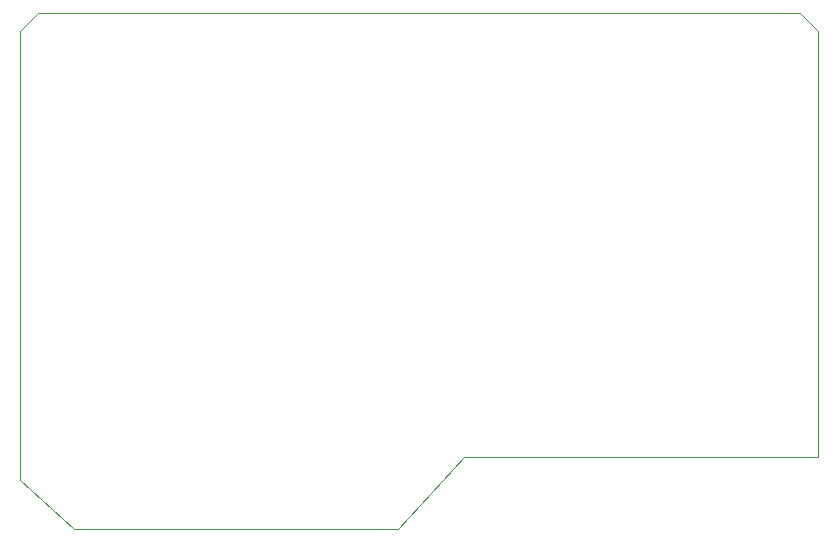
<source format=gbr>
G04 #@! TF.GenerationSoftware,KiCad,Pcbnew,5.1.4+dfsg1-1*
G04 #@! TF.CreationDate,2020-01-27T18:05:31+01:00*
G04 #@! TF.ProjectId,AstriPiCompute,41737472-6950-4694-936f-6d707574652e,rev?*
G04 #@! TF.SameCoordinates,Original*
G04 #@! TF.FileFunction,Profile,NP*
%FSLAX46Y46*%
G04 Gerber Fmt 4.6, Leading zero omitted, Abs format (unit mm)*
G04 Created by KiCad (PCBNEW 5.1.4+dfsg1-1) date 2020-01-27 18:05:31*
%MOMM*%
%LPD*%
G04 APERTURE LIST*
%ADD10C,0.050000*%
G04 APERTURE END LIST*
D10*
X0Y-7112000D02*
X1524000Y-5588000D01*
X67564000Y-7112000D02*
X66040000Y-5588000D01*
X37592000Y-43180000D02*
X67564000Y-43180000D01*
X32004000Y-49276000D02*
X37592000Y-43180000D01*
X1524000Y-5588000D02*
X66040000Y-5588000D01*
X0Y-45116000D02*
X0Y-7112000D01*
X4572000Y-49276000D02*
X0Y-45116000D01*
X29210000Y-49276000D02*
X4572000Y-49276000D01*
X67564000Y-43180000D02*
X67564000Y-7112000D01*
X29210000Y-49276000D02*
X32004000Y-49276000D01*
M02*

</source>
